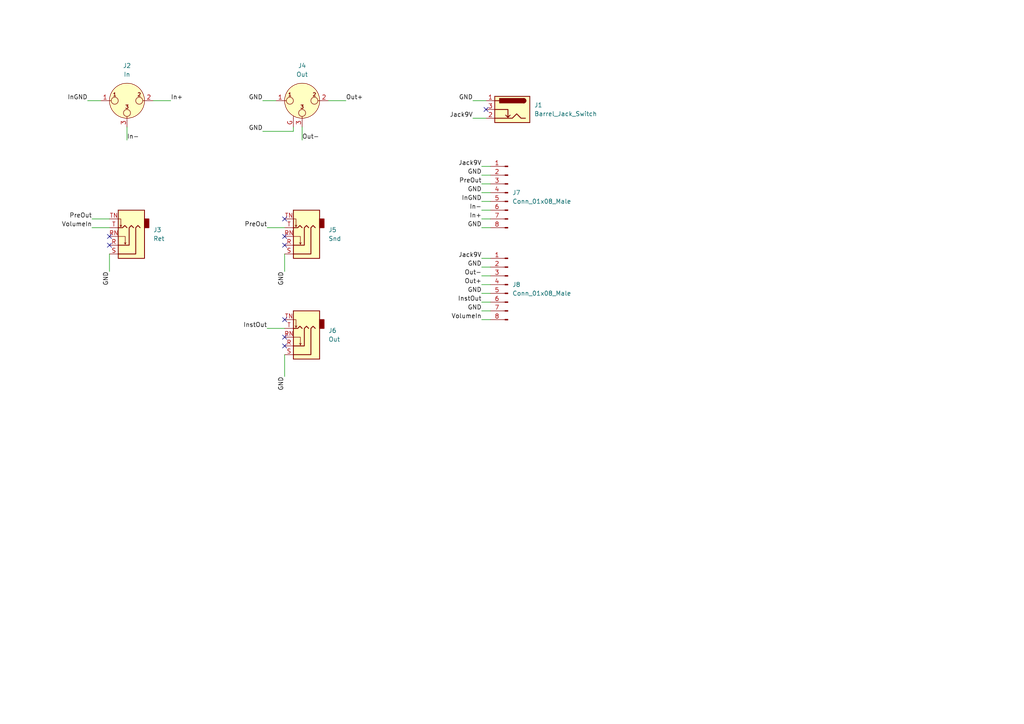
<source format=kicad_sch>
(kicad_sch (version 20211123) (generator eeschema)
  (paper "A4")
  (lib_symbols
    (symbol "Connector:AudioJack3_SwitchTR"
      (property "Reference" "J" (at 0 8.89 0))
      (property "Value" "AudioJack3_SwitchTR" (at 0 6.35 0))
      (symbol "AudioJack3_SwitchTR_0_1"
        (rectangle (start -5.08 -5.08) (end -6.35 -7.62) (stroke (width 0.254)) (fill (type outline)))
        (polyline (pts (xy 0.508 -0.254) (xy 0.762 -0.762)))
        (polyline (pts (xy 1.778 -5.334) (xy 2.032 -5.842)))
        (polyline (pts (xy 0 -5.08) (xy 0.635 -5.715) (xy 1.27 -5.08) (xy 2.54 -5.08)) (stroke (width 0.254)))
        (polyline (pts (xy 2.54 -7.62) (xy 1.778 -7.62) (xy 1.778 -5.334) (xy 1.524 -5.842)))
        (polyline (pts (xy 2.54 -2.54) (xy 0.508 -2.54) (xy 0.508 -0.254) (xy 0.254 -0.762)))
        (polyline (pts (xy -1.905 -5.08) (xy -1.27 -5.715) (xy -0.635 -5.08) (xy -0.635 0) (xy 2.54 0)) (stroke (width 0.254)))
        (polyline (pts (xy 2.54 2.54) (xy -2.54 2.54) (xy -2.54 -5.08) (xy -3.175 -5.715) (xy -3.81 -5.08)) (stroke (width 0.254)))
        (rectangle (start 2.54 3.81) (end -5.08 -10.16) (stroke (width 0.254)) (fill (type background)))
      )
      (symbol "AudioJack3_SwitchTR_1_1"
        (pin passive line (at 5.08 0 180) (length 2.54) (name "~") (number "R"))
        (pin passive line (at 5.08 -2.54 180) (length 2.54) (name "~") (number "RN"))
        (pin passive line (at 5.08 2.54 180) (length 2.54) (name "~") (number "S"))
        (pin passive line (at 5.08 -5.08 180) (length 2.54) (name "~") (number "T"))
        (pin passive line (at 5.08 -7.62 180) (length 2.54) (name "~") (number "TN"))
      )
    )
    (symbol "Connector:Barrel_Jack_Switch" (pin_names hide)
      (property "Reference" "J" (at 0 5.334 0))
      (property "Value" "Barrel_Jack_Switch" (at 0 -5.08 0))
      (symbol "Barrel_Jack_Switch_0_1"
        (rectangle (start -5.08 3.81) (end 5.08 -3.81) (stroke (width 0.254)) (fill (type background)))
        (arc (start -3.302 3.175) (mid -3.937 2.54) (end -3.302 1.905) (stroke (width 0.254)))
        (arc (start -3.302 3.175) (mid -3.937 2.54) (end -3.302 1.905) (stroke (width 0.254)) (fill (type outline)))
        (polyline (pts (xy 1.27 -2.286) (xy 1.905 -1.651)) (stroke (width 0.254)))
        (polyline (pts (xy 5.08 2.54) (xy 3.81 2.54)) (stroke (width 0.254)))
        (polyline (pts (xy 5.08 0) (xy 1.27 0) (xy 1.27 -2.286) (xy 0.635 -1.651)) (stroke (width 0.254)))
        (polyline (pts (xy -3.81 -2.54) (xy -2.54 -2.54) (xy -1.27 -1.27) (xy 0 -2.54) (xy 2.54 -2.54) (xy 5.08 -2.54)) (stroke (width 0.254)))
        (rectangle (start 3.683 3.175) (end -3.302 1.905) (stroke (width 0.254)) (fill (type outline)))
      )
      (symbol "Barrel_Jack_Switch_1_1"
        (pin passive line (at 7.62 2.54 180) (length 2.54) (name "~") (number "1"))
        (pin passive line (at 7.62 -2.54 180) (length 2.54) (name "~") (number "2"))
        (pin passive line (at 7.62 0 180) (length 2.54) (name "~") (number "3"))
      )
    )
    (symbol "Connector:Conn_01x08_Male" (pin_names (offset 1.016) hide)
      (property "Reference" "J" (at 0 10.16 0))
      (property "Value" "Conn_01x08_Male" (at 0 -12.7 0))
      (symbol "Conn_01x08_Male_1_1"
        (polyline (pts (xy 1.27 -10.16) (xy 0.8636 -10.16)) (stroke (width 0.1524)))
        (polyline (pts (xy 1.27 -7.62) (xy 0.8636 -7.62)) (stroke (width 0.1524)))
        (polyline (pts (xy 1.27 -5.08) (xy 0.8636 -5.08)) (stroke (width 0.1524)))
        (polyline (pts (xy 1.27 -2.54) (xy 0.8636 -2.54)) (stroke (width 0.1524)))
        (polyline (pts (xy 1.27 0) (xy 0.8636 0)) (stroke (width 0.1524)))
        (polyline (pts (xy 1.27 2.54) (xy 0.8636 2.54)) (stroke (width 0.1524)))
        (polyline (pts (xy 1.27 5.08) (xy 0.8636 5.08)) (stroke (width 0.1524)))
        (polyline (pts (xy 1.27 7.62) (xy 0.8636 7.62)) (stroke (width 0.1524)))
        (rectangle (start 0.8636 -10.033) (end 0 -10.287) (stroke (width 0.1524)) (fill (type outline)))
        (rectangle (start 0.8636 -7.493) (end 0 -7.747) (stroke (width 0.1524)) (fill (type outline)))
        (rectangle (start 0.8636 -4.953) (end 0 -5.207) (stroke (width 0.1524)) (fill (type outline)))
        (rectangle (start 0.8636 -2.413) (end 0 -2.667) (stroke (width 0.1524)) (fill (type outline)))
        (rectangle (start 0.8636 0.127) (end 0 -0.127) (stroke (width 0.1524)) (fill (type outline)))
        (rectangle (start 0.8636 2.667) (end 0 2.413) (stroke (width 0.1524)) (fill (type outline)))
        (rectangle (start 0.8636 5.207) (end 0 4.953) (stroke (width 0.1524)) (fill (type outline)))
        (rectangle (start 0.8636 7.747) (end 0 7.493) (stroke (width 0.1524)) (fill (type outline)))
        (pin passive line (at 5.08 7.62 180) (length 3.81) (name "Pin_1") (number "1"))
        (pin passive line (at 5.08 5.08 180) (length 3.81) (name "Pin_2") (number "2"))
        (pin passive line (at 5.08 2.54 180) (length 3.81) (name "Pin_3") (number "3"))
        (pin passive line (at 5.08 0 180) (length 3.81) (name "Pin_4") (number "4"))
        (pin passive line (at 5.08 -2.54 180) (length 3.81) (name "Pin_5") (number "5"))
        (pin passive line (at 5.08 -5.08 180) (length 3.81) (name "Pin_6") (number "6"))
        (pin passive line (at 5.08 -7.62 180) (length 3.81) (name "Pin_7") (number "7"))
        (pin passive line (at 5.08 -10.16 180) (length 3.81) (name "Pin_8") (number "8"))
      )
    )
    (symbol "Connector:XLR3" (pin_names hide)
      (property "Reference" "J" (at 0 8.89 0))
      (property "Value" "XLR3" (at 0 6.35 0))
      (symbol "XLR3_0_1"
        (circle (center -3.556 0) (radius 1.016))
        (circle (center 0 -3.556) (radius 1.016))
        (polyline (pts (xy -5.08 0) (xy -4.572 0)))
        (polyline (pts (xy 0 -5.08) (xy 0 -4.572)))
        (polyline (pts (xy 5.08 0) (xy 4.572 0)))
        (circle (center 0 0) (radius 5.08) (fill (type background)))
        (circle (center 3.556 0) (radius 1.016))
        (text "1" (at -3.556 1.778 0) (effects (font (size 1.016 1.016) bold)))
        (text "2" (at 3.556 1.778 0) (effects (font (size 1.016 1.016) bold)))
        (text "3" (at 0 -1.778 0) (effects (font (size 1.016 1.016) bold)))
        (pin passive line (at -7.62 0 0) (length 2.54) (name "~") (number "1"))
        (pin passive line (at 7.62 0 180) (length 2.54) (name "~") (number "2"))
        (pin passive line (at 0 -7.62 90) (length 2.54) (name "~") (number "3"))
      )
    )
    (symbol "Connector:XLR3_Ground" (pin_names hide)
      (property "Reference" "J" (at 0 8.89 0))
      (property "Value" "XLR3_Ground" (at 0 6.35 0))
      (symbol "XLR3_Ground_0_1"
        (circle (center -3.556 0) (radius 1.016))
        (circle (center 0 -3.556) (radius 1.016))
        (polyline (pts (xy -5.08 0) (xy -4.572 0)))
        (polyline (pts (xy -2.54 -5.08) (xy -2.54 -4.445)))
        (polyline (pts (xy 0 -5.08) (xy 0 -4.572)))
        (polyline (pts (xy 5.08 0) (xy 4.572 0)))
        (circle (center 0 0) (radius 5.08) (fill (type background)))
        (circle (center 3.556 0) (radius 1.016))
        (text "1" (at -3.556 1.778 0) (effects (font (size 1.016 1.016) bold)))
        (text "2" (at 3.556 1.778 0) (effects (font (size 1.016 1.016) bold)))
        (text "3" (at 0 -1.778 0) (effects (font (size 1.016 1.016) bold)))
        (pin passive line (at -7.62 0 0) (length 2.54) (name "~") (number "1"))
        (pin passive line (at 7.62 0 180) (length 2.54) (name "~") (number "2"))
        (pin passive line (at 0 -7.62 90) (length 2.54) (name "~") (number "3"))
      )
      (symbol "XLR3_Ground_1_1"
        (pin passive line (at -2.54 -7.62 90) (length 2.54) (name "~") (number "G"))
      )
    )
  )
  (no_connect (at 82.55 100.33))
  (no_connect (at 31.75 68.58))
  (no_connect (at 82.55 71.12))
  (no_connect (at 82.55 63.5))
  (no_connect (at 82.55 97.79))
  (no_connect (at 31.75 71.12))
  (no_connect (at 140.97 31.75))
  (no_connect (at 82.55 92.71))
  (no_connect (at 82.55 68.58))
  (wire (pts (xy 137.16 34.29) (xy 140.97 34.29)))
  (wire (pts (xy 139.7 50.8) (xy 142.24 50.8)))
  (wire (pts (xy 85.09 36.83) (xy 85.09 38.1)))
  (wire (pts (xy 139.7 77.47) (xy 142.24 77.47)))
  (wire (pts (xy 95.25 29.21) (xy 100.33 29.21)))
  (wire (pts (xy 82.55 102.87) (xy 82.55 109.22)))
  (wire (pts (xy 139.7 85.09) (xy 142.24 85.09)))
  (wire (pts (xy 139.7 87.63) (xy 142.24 87.63)))
  (wire (pts (xy 26.67 66.04) (xy 31.75 66.04)))
  (wire (pts (xy 139.7 82.55) (xy 142.24 82.55)))
  (wire (pts (xy 137.16 29.21) (xy 140.97 29.21)))
  (wire (pts (xy 76.2 29.21) (xy 80.01 29.21)))
  (wire (pts (xy 139.7 74.93) (xy 142.24 74.93)))
  (wire (pts (xy 139.7 48.26) (xy 142.24 48.26)))
  (wire (pts (xy 44.45 29.21) (xy 49.53 29.21)))
  (wire (pts (xy 139.7 53.34) (xy 142.24 53.34)))
  (wire (pts (xy 77.47 95.25) (xy 82.55 95.25)))
  (wire (pts (xy 36.83 36.83) (xy 36.83 40.64)))
  (wire (pts (xy 31.75 73.66) (xy 31.75 78.74)))
  (wire (pts (xy 139.7 60.96) (xy 142.24 60.96)))
  (wire (pts (xy 76.2 38.1) (xy 85.09 38.1)))
  (wire (pts (xy 139.7 80.01) (xy 142.24 80.01)))
  (wire (pts (xy 139.7 66.04) (xy 142.24 66.04)))
  (wire (pts (xy 25.4 29.21) (xy 29.21 29.21)))
  (wire (pts (xy 139.7 92.71) (xy 142.24 92.71)))
  (wire (pts (xy 139.7 55.88) (xy 142.24 55.88)))
  (wire (pts (xy 26.67 63.5) (xy 31.75 63.5)))
  (wire (pts (xy 139.7 58.42) (xy 142.24 58.42)))
  (wire (pts (xy 139.7 90.17) (xy 142.24 90.17)))
  (wire (pts (xy 87.63 36.83) (xy 87.63 40.64)))
  (wire (pts (xy 77.47 66.04) (xy 82.55 66.04)))
  (wire (pts (xy 82.55 73.66) (xy 82.55 78.74)))
  (wire (pts (xy 139.7 63.5) (xy 142.24 63.5)))
  (label "In+" (at 49.53 29.21 0))
  (label "GND" (at 139.7 66.04 180))
  (label "GND" (at 76.2 29.21 180))
  (label "In+" (at 139.7 63.5 180))
  (label "InGND" (at 25.4 29.21 180))
  (label "VolumeIn" (at 139.7 92.71 180))
  (label "Out-" (at 139.7 80.01 180))
  (label "Jack9V" (at 137.16 34.29 180))
  (label "GND" (at 139.7 50.8 180))
  (label "Jack9V" (at 139.7 74.93 180))
  (label "Out+" (at 100.33 29.21 0))
  (label "Out+" (at 139.7 82.55 180))
  (label "GND" (at 139.7 90.17 180))
  (label "InGND" (at 139.7 58.42 180))
  (label "GND" (at 139.7 85.09 180))
  (label "GND" (at 31.75 78.74 270))
  (label "Jack9V" (at 139.7 48.26 180))
  (label "GND" (at 76.2 38.1 180))
  (label "GND" (at 139.7 55.88 180))
  (label "PreOut" (at 77.47 66.04 180))
  (label "Out-" (at 87.63 40.64 0))
  (label "InstOut" (at 139.7 87.63 180))
  (label "In-" (at 36.83 40.64 0))
  (label "PreOut" (at 139.7 53.34 180))
  (label "GND" (at 82.55 78.74 270))
  (label "GND" (at 82.55 109.22 270))
  (label "PreOut" (at 26.67 63.5 180))
  (label "GND" (at 137.16 29.21 180))
  (label "VolumeIn" (at 26.67 66.04 180))
  (label "GND" (at 139.7 77.47 180))
  (label "InstOut" (at 77.47 95.25 180))
  (label "In-" (at 139.7 60.96 180))
  (symbol (lib_id "Connector:AudioJack3_SwitchTR") (at 87.63 100.33 180) (unit 1)
    (property "Reference" "J6" (at 95.25 95.8849 0) (effects (justify right)))
    (property "Value" "Out" (at 95.25 98.4249 0) (effects (justify right)))
    (property "Footprint" "tayda-6mm35-jack-pcb-compact:tayda-6mm35-jack-pcb-compact" (effects hide))
  )
  (symbol (lib_id "Connector:XLR3") (at 36.83 29.21 0) (unit 1)
    (property "Reference" "J2" (at 36.83 19.05 0))
    (property "Value" "In" (at 36.83 21.59 0))
    (property "Footprint" "Connector_Audio:Jack_XLR_Neutrik_NC3FAH-0_Horizontal" (effects hide))
    (property "Datasheet" " ~" (effects hide))
  )
  (symbol (lib_id "Connector:XLR3_Ground") (at 87.63 29.21 0) (unit 1)
    (property "Reference" "J4" (at 87.63 19.05 0))
    (property "Value" "Out" (at 87.63 21.59 0))
    (property "Footprint" "Connector_Audio:Jack_XLR_Neutrik_NC3MAH-0_Horizontal" (effects hide))
    (property "Datasheet" " ~" (effects hide))
  )
  (symbol (lib_id "Connector:Conn_01x08_Male") (at 147.32 55.88 0) (mirror y) (unit 1)
    (property "Reference" "J7" (at 148.59 55.8799 0) (effects (justify right)))
    (property "Value" "Conn_01x08_Male" (at 148.59 58.4199 0) (effects (justify right)))
    (property "Footprint" "Connector_Molex:Molex_Picoflex_90814-0008_2x04_P1.27mm_Vertical" (effects hide))
  )
  (symbol (lib_id "Connector:Barrel_Jack_Switch") (at 148.59 31.75 0) (mirror y) (unit 1)
    (property "Reference" "J1" (at 154.94 30.4799 0) (effects (justify right)))
    (property "Value" "Barrel_Jack_Switch" (at 154.94 33.0199 0) (effects (justify right)))
    (property "Footprint" "Connector_BarrelJack:BarrelJack_GCT_DCJ200-10-A_Horizontal" (effects hide))
  )
  (symbol (lib_id "Connector:Conn_01x08_Male") (at 147.32 82.55 0) (mirror y) (unit 1)
    (property "Reference" "J8" (at 148.59 82.5499 0) (effects (justify right)))
    (property "Value" "Conn_01x08_Male" (at 148.59 85.0899 0) (effects (justify right)))
    (property "Footprint" "Connector_Molex:Molex_Picoflex_90814-0008_2x04_P1.27mm_Vertical" (effects hide))
  )
  (symbol (lib_id "Connector:AudioJack3_SwitchTR") (at 36.83 71.12 180) (unit 1)
    (property "Reference" "J3" (at 44.45 66.6749 0) (effects (justify right)))
    (property "Value" "Ret" (at 44.45 69.2149 0) (effects (justify right)))
    (property "Footprint" "tayda-6mm35-jack-pcb-compact:tayda-6mm35-jack-pcb-compact" (effects hide))
  )
  (symbol (lib_id "Connector:AudioJack3_SwitchTR") (at 87.63 71.12 180) (unit 1)
    (property "Reference" "J5" (at 95.25 66.6749 0) (effects (justify right)))
    (property "Value" "Snd" (at 95.25 69.2149 0) (effects (justify right)))
    (property "Footprint" "tayda-6mm35-jack-pcb-compact:tayda-6mm35-jack-pcb-compact" (effects hide))
  )
)
</source>
